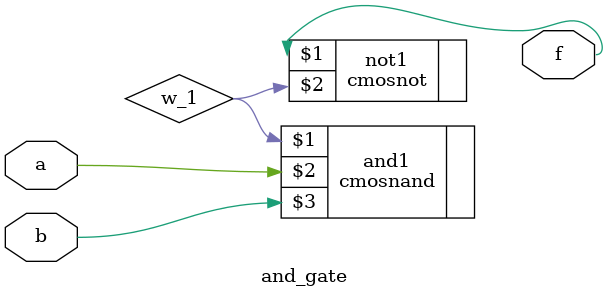
<source format=v>
`include "cmosnand.v"
`include "cmosnot.v"


module and_gate(f,a,b);

    input a,b;
    output f;

    wire w_1;

    cmosnand and1(w_1,a,b);
    cmosnot not1(f,w_1);
    
    
endmodule
</source>
